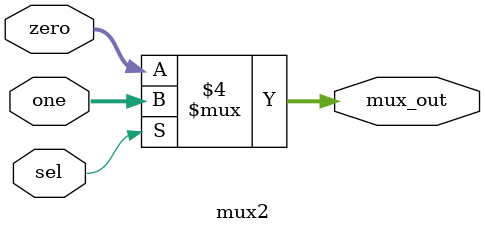
<source format=sv>
`timescale 1ns / 1ps


module mux2 # (parameter WIDTH = 4)(
    input [WIDTH -1:0] zero, one,
    input sel,
    output logic [WIDTH -1:0] mux_out
    );
    
        
    always_comb
    begin        
        if (sel == 1)
            mux_out = one;
        else
            mux_out = zero;
    end
    
endmodule
</source>
